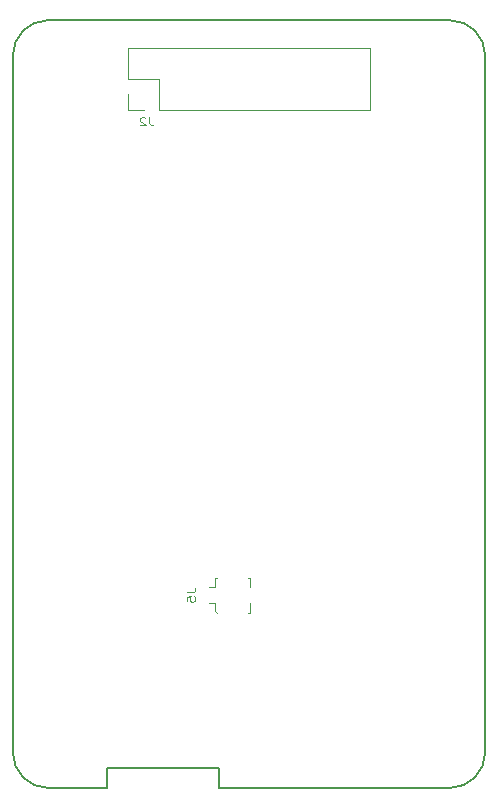
<source format=gbo>
G04 #@! TF.GenerationSoftware,KiCad,Pcbnew,(5.1.0-10-g6006703)*
G04 #@! TF.CreationDate,2019-06-03T13:36:41+08:00*
G04 #@! TF.ProjectId,cicada-2g,63696361-6461-42d3-9267-2e6b69636164,0.1*
G04 #@! TF.SameCoordinates,PX7cee6c0PY3dfd240*
G04 #@! TF.FileFunction,Legend,Bot*
G04 #@! TF.FilePolarity,Positive*
%FSLAX46Y46*%
G04 Gerber Fmt 4.6, Leading zero omitted, Abs format (unit mm)*
G04 Created by KiCad (PCBNEW (5.1.0-10-g6006703)) date 2019-06-03 13:36:41*
%MOMM*%
%LPD*%
G04 APERTURE LIST*
%ADD10C,0.150000*%
%ADD11C,0.120000*%
G04 APERTURE END LIST*
D10*
X-2500000Y-60000000D02*
X17000000Y-60000000D01*
X-2500000Y-58300000D02*
X-2500000Y-60000000D01*
X-12000000Y-58300000D02*
X-2500000Y-58300000D01*
X-12000000Y-60000000D02*
X-12000000Y-58300000D01*
X-17000000Y-60000000D02*
G75*
G02X-20000000Y-57000000I0J3000000D01*
G01*
X20000000Y-57000000D02*
G75*
G02X17000000Y-60000000I-3000000J0D01*
G01*
X17000000Y5000000D02*
G75*
G02X20000000Y2000000I0J-3000000D01*
G01*
X-20000000Y2000000D02*
G75*
G02X-17000000Y5000000I3000000J0D01*
G01*
X-20000000Y-57000000D02*
X-20000000Y2000000D01*
X-12000000Y-60000000D02*
X-17000000Y-60000000D01*
X20000000Y2000000D02*
X20000000Y-57000000D01*
X-17000000Y5000000D02*
X17000000Y5000000D01*
D11*
X110000Y-45190000D02*
X110000Y-44390000D01*
X-90000Y-45190000D02*
X110000Y-45190000D01*
X110000Y-42190000D02*
X-90000Y-42190000D01*
X110000Y-42990000D02*
X110000Y-42190000D01*
X-2890000Y-42190000D02*
X-2890000Y-42990000D01*
X-2690000Y-42190000D02*
X-2890000Y-42190000D01*
X-2890000Y-44990000D02*
X-2690000Y-45190000D01*
X-2890000Y-44390000D02*
X-2890000Y-44990000D01*
X-2890000Y-44390000D02*
X-3390000Y-44390000D01*
X-2890000Y-42990000D02*
X-3390000Y-42990000D01*
X-10220000Y-1270000D02*
X-10220000Y-2600000D01*
X-10220000Y-2600000D02*
X-8890000Y-2600000D01*
X-10220000Y0D02*
X-7620000Y0D01*
X-7620000Y0D02*
X-7620000Y-2600000D01*
X-7620000Y-2600000D02*
X10220000Y-2600000D01*
X10220000Y2600000D02*
X10220000Y-2600000D01*
X-10220000Y2600000D02*
X10220000Y2600000D01*
X-10220000Y2600000D02*
X-10220000Y0D01*
X-5273334Y-43423333D02*
X-4773334Y-43423333D01*
X-4673334Y-43385238D01*
X-4606667Y-43309047D01*
X-4573334Y-43194761D01*
X-4573334Y-43118571D01*
X-5273334Y-44185238D02*
X-5273334Y-43804285D01*
X-4940000Y-43766190D01*
X-4973334Y-43804285D01*
X-5006667Y-43880476D01*
X-5006667Y-44070952D01*
X-4973334Y-44147142D01*
X-4940000Y-44185238D01*
X-4873334Y-44223333D01*
X-4706667Y-44223333D01*
X-4640000Y-44185238D01*
X-4606667Y-44147142D01*
X-4573334Y-44070952D01*
X-4573334Y-43880476D01*
X-4606667Y-43804285D01*
X-4640000Y-43766190D01*
X-8433334Y-3216666D02*
X-8433334Y-3716666D01*
X-8395239Y-3816666D01*
X-8319048Y-3883333D01*
X-8204762Y-3916666D01*
X-8128572Y-3916666D01*
X-8776191Y-3283333D02*
X-8814286Y-3250000D01*
X-8890477Y-3216666D01*
X-9080953Y-3216666D01*
X-9157143Y-3250000D01*
X-9195239Y-3283333D01*
X-9233334Y-3350000D01*
X-9233334Y-3416666D01*
X-9195239Y-3516666D01*
X-8738096Y-3916666D01*
X-9233334Y-3916666D01*
M02*

</source>
